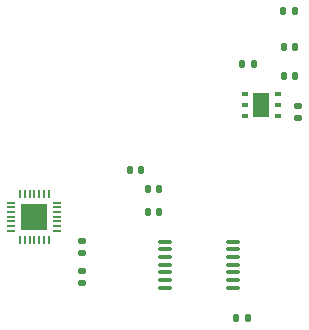
<source format=gbr>
G04 #@! TF.GenerationSoftware,KiCad,Pcbnew,8.0.01-1-dev-1e03266dfe*
G04 #@! TF.CreationDate,2024-03-02T01:32:53-08:00*
G04 #@! TF.ProjectId,adpd1080_breakoutboard,61647064-3130-4383-905f-627265616b6f,rev?*
G04 #@! TF.SameCoordinates,Original*
G04 #@! TF.FileFunction,Paste,Top*
G04 #@! TF.FilePolarity,Positive*
%FSLAX46Y46*%
G04 Gerber Fmt 4.6, Leading zero omitted, Abs format (unit mm)*
G04 Created by KiCad (PCBNEW 8.0.01-1-dev-1e03266dfe) date 2024-03-02 01:32:53*
%MOMM*%
%LPD*%
G01*
G04 APERTURE LIST*
G04 Aperture macros list*
%AMRoundRect*
0 Rectangle with rounded corners*
0 $1 Rounding radius*
0 $2 $3 $4 $5 $6 $7 $8 $9 X,Y pos of 4 corners*
0 Add a 4 corners polygon primitive as box body*
4,1,4,$2,$3,$4,$5,$6,$7,$8,$9,$2,$3,0*
0 Add four circle primitives for the rounded corners*
1,1,$1+$1,$2,$3*
1,1,$1+$1,$4,$5*
1,1,$1+$1,$6,$7*
1,1,$1+$1,$8,$9*
0 Add four rect primitives between the rounded corners*
20,1,$1+$1,$2,$3,$4,$5,0*
20,1,$1+$1,$4,$5,$6,$7,0*
20,1,$1+$1,$6,$7,$8,$9,0*
20,1,$1+$1,$8,$9,$2,$3,0*%
G04 Aperture macros list end*
%ADD10R,0.680000X0.160000*%
%ADD11R,0.160000X0.680000*%
%ADD12R,2.160000X2.160000*%
%ADD13RoundRect,0.140000X-0.140000X-0.170000X0.140000X-0.170000X0.140000X0.170000X-0.140000X0.170000X0*%
%ADD14RoundRect,0.135000X0.185000X-0.135000X0.185000X0.135000X-0.185000X0.135000X-0.185000X-0.135000X0*%
%ADD15RoundRect,0.080000X-0.510000X-0.080000X0.510000X-0.080000X0.510000X0.080000X-0.510000X0.080000X0*%
%ADD16RoundRect,0.140000X0.140000X0.170000X-0.140000X0.170000X-0.140000X-0.170000X0.140000X-0.170000X0*%
%ADD17R,0.568960X0.325120*%
%ADD18R,1.402080X1.991360*%
%ADD19RoundRect,0.135000X-0.135000X-0.185000X0.135000X-0.185000X0.135000X0.185000X-0.135000X0.185000X0*%
G04 APERTURE END LIST*
D10*
X36400000Y-45600000D03*
X36400000Y-45200000D03*
X36400000Y-44800000D03*
X36400000Y-44400000D03*
X36400000Y-44000000D03*
X36400000Y-43600000D03*
X36400000Y-43200000D03*
D11*
X35650000Y-42450000D03*
X35250000Y-42450000D03*
X34850000Y-42450000D03*
X34450000Y-42450000D03*
X34050000Y-42450000D03*
X33650000Y-42450000D03*
X33250000Y-42450000D03*
D10*
X32500000Y-43200000D03*
X32500000Y-43600000D03*
X32500000Y-44000000D03*
X32500000Y-44400000D03*
X32500000Y-44800000D03*
X32500000Y-45200000D03*
X32500000Y-45600000D03*
D11*
X33250000Y-46350000D03*
X33650000Y-46350000D03*
X34050000Y-46350000D03*
X34450000Y-46350000D03*
X34850000Y-46350000D03*
X35250000Y-46350000D03*
X35650000Y-46350000D03*
D12*
X34450000Y-44400000D03*
D13*
X42540000Y-40400000D03*
X43500000Y-40400000D03*
D14*
X38490000Y-50020000D03*
X38490000Y-49000000D03*
X38500000Y-47500000D03*
X38500000Y-46480000D03*
D15*
X45500000Y-46500000D03*
X45500000Y-47150000D03*
X45500000Y-47800000D03*
X45500000Y-48450000D03*
X45500000Y-49100000D03*
X45500000Y-49750000D03*
X45500000Y-50400000D03*
X51225000Y-50400000D03*
X51225000Y-49750000D03*
X51225000Y-49100000D03*
X51225000Y-48450000D03*
X51225000Y-47800000D03*
X51225000Y-47150000D03*
X51225000Y-46500000D03*
D16*
X56500000Y-32500000D03*
X55540000Y-32500000D03*
D14*
X56750000Y-36000000D03*
X56750000Y-34980000D03*
D13*
X44040000Y-42030000D03*
X45000000Y-42030000D03*
D16*
X56480000Y-27000000D03*
X55520000Y-27000000D03*
D17*
X52250000Y-34000000D03*
X52250000Y-34950001D03*
X52250000Y-35900002D03*
X55044000Y-35900002D03*
X55044000Y-34950001D03*
X55044000Y-34000000D03*
D18*
X53647000Y-34950001D03*
D16*
X56500000Y-30000000D03*
X55540000Y-30000000D03*
D13*
X44040000Y-44000000D03*
X45000000Y-44000000D03*
D19*
X51500000Y-53000000D03*
X52520000Y-53000000D03*
D13*
X52040000Y-31500000D03*
X53000000Y-31500000D03*
M02*

</source>
